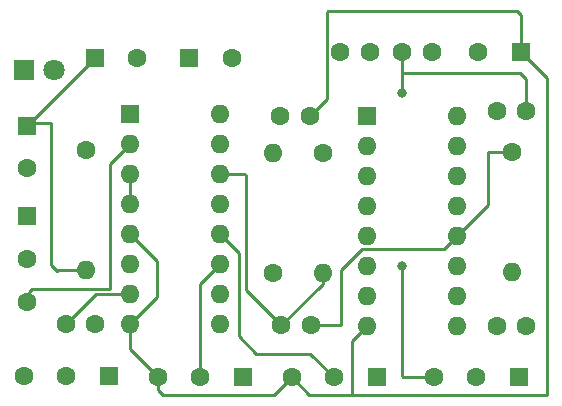
<source format=gbl>
%TF.GenerationSoftware,KiCad,Pcbnew,(6.0.2-0)*%
%TF.CreationDate,2024-07-15T22:14:45-04:00*%
%TF.ProjectId,Phase Locked Loop,50686173-6520-44c6-9f63-6b6564204c6f,rev?*%
%TF.SameCoordinates,Original*%
%TF.FileFunction,Copper,L2,Bot*%
%TF.FilePolarity,Positive*%
%FSLAX46Y46*%
G04 Gerber Fmt 4.6, Leading zero omitted, Abs format (unit mm)*
G04 Created by KiCad (PCBNEW (6.0.2-0)) date 2024-07-15 22:14:45*
%MOMM*%
%LPD*%
G01*
G04 APERTURE LIST*
G04 Aperture macros list*
%AMRoundRect*
0 Rectangle with rounded corners*
0 $1 Rounding radius*
0 $2 $3 $4 $5 $6 $7 $8 $9 X,Y pos of 4 corners*
0 Add a 4 corners polygon primitive as box body*
4,1,4,$2,$3,$4,$5,$6,$7,$8,$9,$2,$3,0*
0 Add four circle primitives for the rounded corners*
1,1,$1+$1,$2,$3*
1,1,$1+$1,$4,$5*
1,1,$1+$1,$6,$7*
1,1,$1+$1,$8,$9*
0 Add four rect primitives between the rounded corners*
20,1,$1+$1,$2,$3,$4,$5,0*
20,1,$1+$1,$4,$5,$6,$7,0*
20,1,$1+$1,$6,$7,$8,$9,0*
20,1,$1+$1,$8,$9,$2,$3,0*%
G04 Aperture macros list end*
%TA.AperFunction,ComponentPad*%
%ADD10RoundRect,0.250000X-0.550000X0.550000X-0.550000X-0.550000X0.550000X-0.550000X0.550000X0.550000X0*%
%TD*%
%TA.AperFunction,ComponentPad*%
%ADD11C,1.600000*%
%TD*%
%TA.AperFunction,ComponentPad*%
%ADD12O,1.600000X1.600000*%
%TD*%
%TA.AperFunction,ComponentPad*%
%ADD13RoundRect,0.250000X0.550000X0.550000X-0.550000X0.550000X-0.550000X-0.550000X0.550000X-0.550000X0*%
%TD*%
%TA.AperFunction,ComponentPad*%
%ADD14R,1.600000X1.600000*%
%TD*%
%TA.AperFunction,ComponentPad*%
%ADD15RoundRect,0.250000X-0.550000X-0.550000X0.550000X-0.550000X0.550000X0.550000X-0.550000X0.550000X0*%
%TD*%
%TA.AperFunction,ComponentPad*%
%ADD16R,1.800000X1.800000*%
%TD*%
%TA.AperFunction,ComponentPad*%
%ADD17C,1.800000*%
%TD*%
%TA.AperFunction,ViaPad*%
%ADD18C,0.800000*%
%TD*%
%TA.AperFunction,Conductor*%
%ADD19C,0.250000*%
%TD*%
G04 APERTURE END LIST*
D10*
%TO.P,SW1,1,A*%
%TO.N,Net-(SW1-Pad1)*%
X86500000Y-56900000D03*
D11*
%TO.P,SW1,2,B*%
%TO.N,Net-(SW1-Pad2)*%
X86500000Y-60500000D03*
%TO.P,SW1,3,C*%
%TO.N,Net-(SW1-Pad3)*%
X86500000Y-64100000D03*
%TD*%
%TO.P,C7,1*%
%TO.N,Net-(C7-Pad1)*%
X110425854Y-48381619D03*
%TO.P,C7,2*%
%TO.N,Net-(C7-Pad2)*%
X107925854Y-48381619D03*
%TD*%
%TO.P,R4,1*%
%TO.N,Net-(D1-Pad1)*%
X91492552Y-51247901D03*
D12*
%TO.P,R4,2*%
%TO.N,GND*%
X91492552Y-61407901D03*
%TD*%
D11*
%TO.P,C5,1*%
%TO.N,GND*%
X108013227Y-66127946D03*
%TO.P,C5,2*%
%TO.N,Net-(C5-Pad2)*%
X110513227Y-66127946D03*
%TD*%
D13*
%TO.P,J1,S*%
%TO.N,GND*%
X128300000Y-43000000D03*
D11*
%TO.P,J1,T*%
%TO.N,Net-(C1-Pad2)*%
X124700000Y-43000000D03*
%TD*%
%TO.P,C6,1*%
%TO.N,Net-(C6-Pad1)*%
X89750000Y-66000000D03*
%TO.P,C6,2*%
%TO.N,Net-(C4-Pad1)*%
X92250000Y-66000000D03*
%TD*%
%TO.P,C4,1*%
%TO.N,Net-(C4-Pad1)*%
X126250000Y-66131476D03*
%TO.P,C4,2*%
%TO.N,Net-(C3-Pad1)*%
X128750000Y-66131476D03*
%TD*%
D13*
%TO.P,TRKSPD1,1,1*%
%TO.N,unconnected-(TRKSPD1-Pad1)*%
X93385216Y-70427824D03*
D11*
%TO.P,TRKSPD1,2,2*%
%TO.N,Net-(R2-Pad1)*%
X89785216Y-70427824D03*
%TO.P,TRKSPD1,3,3*%
%TO.N,Net-(SW1-Pad2)*%
X86185216Y-70427824D03*
%TD*%
%TO.P,C1,1*%
%TO.N,Net-(C1-Pad1)*%
X113000000Y-43000000D03*
%TO.P,C1,2*%
%TO.N,Net-(C1-Pad2)*%
X115500000Y-43000000D03*
%TD*%
D14*
%TO.P,U1,1,VCC*%
%TO.N,GND*%
X115249523Y-48398835D03*
D12*
%TO.P,U1,2*%
%TO.N,N/C*%
X115249523Y-50938835D03*
%TO.P,U1,3*%
X115249523Y-53478835D03*
%TO.P,U1,4*%
X115249523Y-56018835D03*
%TO.P,U1,5*%
X115249523Y-58558835D03*
%TO.P,U1,6*%
%TO.N,Net-(C2-Pad1)*%
X115249523Y-61098835D03*
%TO.P,U1,7*%
%TO.N,Net-(C1-Pad1)*%
X115249523Y-63638835D03*
%TO.P,U1,8,VSS*%
%TO.N,+9V*%
X115249523Y-66178835D03*
%TO.P,U1,9*%
%TO.N,N/C*%
X122869523Y-66178835D03*
%TO.P,U1,10*%
X122869523Y-63638835D03*
%TO.P,U1,11*%
%TO.N,Net-(C3-Pad1)*%
X122869523Y-61098835D03*
%TO.P,U1,12*%
%TO.N,Net-(C4-Pad1)*%
X122869523Y-58558835D03*
%TO.P,U1,13*%
%TO.N,N/C*%
X122869523Y-56018835D03*
%TO.P,U1,14*%
X122869523Y-53478835D03*
%TO.P,U1,15*%
X122869523Y-50938835D03*
%TO.P,U1,16*%
X122869523Y-48398835D03*
%TD*%
D15*
%TO.P,J3,1*%
%TO.N,GND*%
X92200000Y-43500000D03*
D11*
%TO.P,J3,2*%
%TO.N,+9V*%
X95800000Y-43500000D03*
%TD*%
D15*
%TO.P,SW2,1,A*%
%TO.N,+9V*%
X100200000Y-43500000D03*
D11*
%TO.P,SW2,2,B*%
%TO.N,/PWR*%
X103800000Y-43500000D03*
%TD*%
D13*
%TO.P,GAIN1,1,1*%
%TO.N,unconnected-(GAIN1-Pad1)*%
X128100000Y-70500000D03*
D11*
%TO.P,GAIN1,2,2*%
%TO.N,Net-(C1-Pad1)*%
X124500000Y-70500000D03*
%TO.P,GAIN1,3,3*%
%TO.N,Net-(C2-Pad1)*%
X120900000Y-70500000D03*
%TD*%
D13*
%TO.P,MAXFREQ1,1,1*%
%TO.N,unconnected-(MAXFREQ1-Pad1)*%
X104766710Y-70500000D03*
D11*
%TO.P,MAXFREQ1,2,2*%
%TO.N,Net-(MAXFREQ1-Pad2)*%
X101166710Y-70500000D03*
%TO.P,MAXFREQ1,3,3*%
%TO.N,GND*%
X97566710Y-70500000D03*
%TD*%
%TO.P,C2,1*%
%TO.N,Net-(C2-Pad1)*%
X118250000Y-43000000D03*
%TO.P,C2,2*%
%TO.N,Net-(C1-Pad1)*%
X120750000Y-43000000D03*
%TD*%
%TO.P,R2,1*%
%TO.N,Net-(R2-Pad1)*%
X111500000Y-51500000D03*
D12*
%TO.P,R2,2*%
%TO.N,Net-(C5-Pad2)*%
X111500000Y-61660000D03*
%TD*%
D10*
%TO.P,J2,S*%
%TO.N,GND*%
X86500000Y-49200000D03*
D11*
%TO.P,J2,T*%
%TO.N,Net-(J2-PadT)*%
X86500000Y-52800000D03*
%TD*%
%TO.P,R1,1*%
%TO.N,Net-(C4-Pad1)*%
X127500000Y-51420000D03*
D12*
%TO.P,R1,2*%
%TO.N,Net-(C3-Pad1)*%
X127500000Y-61580000D03*
%TD*%
D14*
%TO.P,U2,1,PCP*%
%TO.N,unconnected-(U2-Pad1)*%
X95200000Y-48224469D03*
D12*
%TO.P,U2,2,PC1*%
%TO.N,Net-(SW1-Pad3)*%
X95200000Y-50764469D03*
%TO.P,U2,3,RefIn*%
%TO.N,Net-(J2-PadT)*%
X95200000Y-53304469D03*
%TO.P,U2,4,FOUT*%
X95200000Y-55844469D03*
%TO.P,U2,5,Inh*%
%TO.N,GND*%
X95200000Y-58384469D03*
%TO.P,U2,6,C1*%
%TO.N,Net-(C7-Pad2)*%
X95200000Y-60924469D03*
%TO.P,U2,7,C2*%
%TO.N,Net-(C7-Pad1)*%
X95200000Y-63464469D03*
%TO.P,U2,8,VSS*%
%TO.N,GND*%
X95200000Y-66004469D03*
%TO.P,U2,9,VCOin*%
%TO.N,Net-(R2-Pad1)*%
X102820000Y-66004469D03*
%TO.P,U2,10,SFout*%
%TO.N,unconnected-(U2-Pad10)*%
X102820000Y-63464469D03*
%TO.P,U2,11,R1*%
%TO.N,Net-(MAXFREQ1-Pad2)*%
X102820000Y-60924469D03*
%TO.P,U2,12,R2*%
%TO.N,Net-(MINFREQ1-Pad2)*%
X102820000Y-58384469D03*
%TO.P,U2,13,PC2*%
%TO.N,Net-(SW1-Pad1)*%
X102820000Y-55844469D03*
%TO.P,U2,14,SigIn*%
%TO.N,Net-(C6-Pad1)*%
X102820000Y-53304469D03*
%TO.P,U2,15,ZOUT*%
%TO.N,unconnected-(U2-Pad15)*%
X102820000Y-50764469D03*
%TO.P,U2,16,VDD*%
%TO.N,+9V*%
X102820000Y-48224469D03*
%TD*%
D11*
%TO.P,C3,1*%
%TO.N,Net-(C3-Pad1)*%
X126250000Y-48000000D03*
%TO.P,C3,2*%
%TO.N,Net-(C2-Pad1)*%
X128750000Y-48000000D03*
%TD*%
D16*
%TO.P,D1,1,K*%
%TO.N,Net-(D1-Pad1)*%
X86225000Y-44500000D03*
D17*
%TO.P,D1,2,A*%
%TO.N,/PWR*%
X88765000Y-44500000D03*
%TD*%
D13*
%TO.P,MINFREQ1,1,1*%
%TO.N,unconnected-(MINFREQ1-Pad1)*%
X116099485Y-70525378D03*
D11*
%TO.P,MINFREQ1,2,2*%
%TO.N,Net-(MINFREQ1-Pad2)*%
X112499485Y-70525378D03*
%TO.P,MINFREQ1,3,3*%
%TO.N,GND*%
X108899485Y-70525378D03*
%TD*%
%TO.P,R3,1*%
%TO.N,GND*%
X107324339Y-61678326D03*
D12*
%TO.P,R3,2*%
%TO.N,Net-(C6-Pad1)*%
X107324339Y-51518326D03*
%TD*%
D18*
%TO.N,Net-(C2-Pad1)*%
X118250000Y-61109515D03*
X118269102Y-46474500D03*
%TD*%
D19*
%TO.N,Net-(C2-Pad1)*%
X128250000Y-44750000D02*
X118250000Y-44750000D01*
X118250000Y-43000000D02*
X118250000Y-44250000D01*
X118241985Y-61117530D02*
X118241985Y-70396580D01*
X118250000Y-46455398D02*
X118250000Y-44250000D01*
X118269102Y-46474500D02*
X118250000Y-46455398D01*
X128750000Y-48000000D02*
X128750000Y-45250000D01*
X128750000Y-45250000D02*
X128250000Y-44750000D01*
X118345405Y-70500000D02*
X120900000Y-70500000D01*
X118250000Y-44250000D02*
X118250000Y-44750000D01*
X118241985Y-70396580D02*
X118345405Y-70500000D01*
%TO.N,Net-(C4-Pad1)*%
X125497204Y-55931154D02*
X125497204Y-51412829D01*
X125497204Y-51412829D02*
X125504375Y-51420000D01*
X122869523Y-58558835D02*
X125497204Y-55931154D01*
X113036628Y-66127946D02*
X110513227Y-66127946D01*
X121745012Y-59683346D02*
X114816654Y-59683346D01*
X125504375Y-51420000D02*
X127500000Y-51420000D01*
X113053723Y-66110851D02*
X113036628Y-66127946D01*
X114816654Y-59683346D02*
X113053723Y-61446277D01*
X113053723Y-61446277D02*
X113053723Y-66110851D01*
X122869523Y-58558835D02*
X121745012Y-59683346D01*
%TO.N,Net-(C6-Pad1)*%
X105000000Y-63114719D02*
X105000000Y-53427527D01*
X108013227Y-66127946D02*
X105000000Y-63114719D01*
X108013227Y-66127946D02*
X111500000Y-62641173D01*
X111500000Y-62641173D02*
X111500000Y-61660000D01*
X105000000Y-53427527D02*
X104876942Y-53304469D01*
X104876942Y-53304469D02*
X102820000Y-53304469D01*
%TO.N,Net-(C7-Pad1)*%
X95200000Y-63464469D02*
X92285531Y-63464469D01*
X92285531Y-63464469D02*
X89750000Y-66000000D01*
%TO.N,GND*%
X89092099Y-61407901D02*
X89000000Y-61500000D01*
X88500000Y-49000000D02*
X86700000Y-49000000D01*
X95200000Y-66004469D02*
X95200000Y-68133290D01*
X130500000Y-45200000D02*
X128300000Y-43000000D01*
X98000000Y-72000000D02*
X107424863Y-72000000D01*
X115249523Y-66178835D02*
X114000000Y-67428358D01*
X86700000Y-49000000D02*
X86500000Y-49200000D01*
X97566710Y-71566710D02*
X98000000Y-72000000D01*
X128300000Y-39800000D02*
X128000000Y-39500000D01*
X88500000Y-61000000D02*
X88500000Y-49000000D01*
X107424863Y-72000000D02*
X108899485Y-70525378D01*
X92200000Y-43500000D02*
X86500000Y-49200000D01*
X108899485Y-70525378D02*
X110374107Y-72000000D01*
X111865172Y-46082686D02*
X111865172Y-46942301D01*
X97500000Y-60684469D02*
X95200000Y-58384469D01*
X114000000Y-67428358D02*
X114000000Y-72000000D01*
X128000000Y-39500000D02*
X112000000Y-39500000D01*
X95200000Y-66004469D02*
X97500000Y-63704469D01*
X89000000Y-61500000D02*
X88500000Y-61000000D01*
X130500000Y-72000000D02*
X130500000Y-45200000D01*
X91492552Y-61407901D02*
X89092099Y-61407901D01*
X111865172Y-46942301D02*
X110425854Y-48381619D01*
X111875489Y-46072369D02*
X111865172Y-46082686D01*
X114000000Y-72000000D02*
X130500000Y-72000000D01*
X112000000Y-39500000D02*
X111875489Y-39624511D01*
X110374107Y-72000000D02*
X114000000Y-72000000D01*
X111875489Y-39624511D02*
X111875489Y-46072369D01*
X128300000Y-43000000D02*
X128300000Y-39800000D01*
X95200000Y-68133290D02*
X97566710Y-70500000D01*
X97566710Y-70500000D02*
X97566710Y-71566710D01*
X97500000Y-63704469D02*
X97500000Y-60684469D01*
%TO.N,Net-(MAXFREQ1-Pad2)*%
X102820000Y-60924469D02*
X101166710Y-62577759D01*
X101166710Y-62577759D02*
X101166710Y-70500000D01*
%TO.N,Net-(SW1-Pad3)*%
X86875131Y-63000000D02*
X86623305Y-63251826D01*
X93500000Y-52464469D02*
X93500000Y-63000000D01*
X95200000Y-50764469D02*
X93500000Y-52464469D01*
X93500000Y-63000000D02*
X86875131Y-63000000D01*
%TO.N,Net-(MINFREQ1-Pad2)*%
X104404482Y-67033344D02*
X105871138Y-68500000D01*
X102820000Y-58384469D02*
X104404482Y-59968951D01*
X105871138Y-68500000D02*
X110474107Y-68500000D01*
X110474107Y-68500000D02*
X112499485Y-70525378D01*
X104404482Y-59968951D02*
X104404482Y-67033344D01*
%TO.N,Net-(J2-PadT)*%
X95200000Y-53304469D02*
X95200000Y-55844469D01*
%TD*%
M02*

</source>
